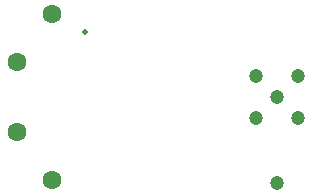
<source format=gbr>
%TF.GenerationSoftware,Altium Limited,Altium Designer,23.10.1 (27)*%
G04 Layer_Color=0*
%FSLAX45Y45*%
%MOMM*%
%TF.SameCoordinates,CB7B006E-185E-4101-8BB4-968F6143B1B3*%
%TF.FilePolarity,Positive*%
%TF.FileFunction,Plated,1,2,PTH,Drill*%
%TF.Part,Single*%
G01*
G75*
%TA.AperFunction,ComponentDrill*%
%ADD25C,1.20000*%
%ADD26C,1.60000*%
%TA.AperFunction,ViaDrill,NotFilled*%
%ADD27C,0.50000*%
D25*
X2900000Y570000D02*
D03*
Y1300000D02*
D03*
X3076776Y1476776D02*
D03*
X2723224Y1123224D02*
D03*
X3076776D02*
D03*
X2723224Y1476776D02*
D03*
D26*
X1000000Y600000D02*
D03*
X700000Y1000000D02*
D03*
Y1600000D02*
D03*
X1000000Y2000000D02*
D03*
D27*
X1275000Y1850000D02*
D03*
%TF.MD5,e8b41850daf3cab7932421f542fd8ac1*%
M02*

</source>
